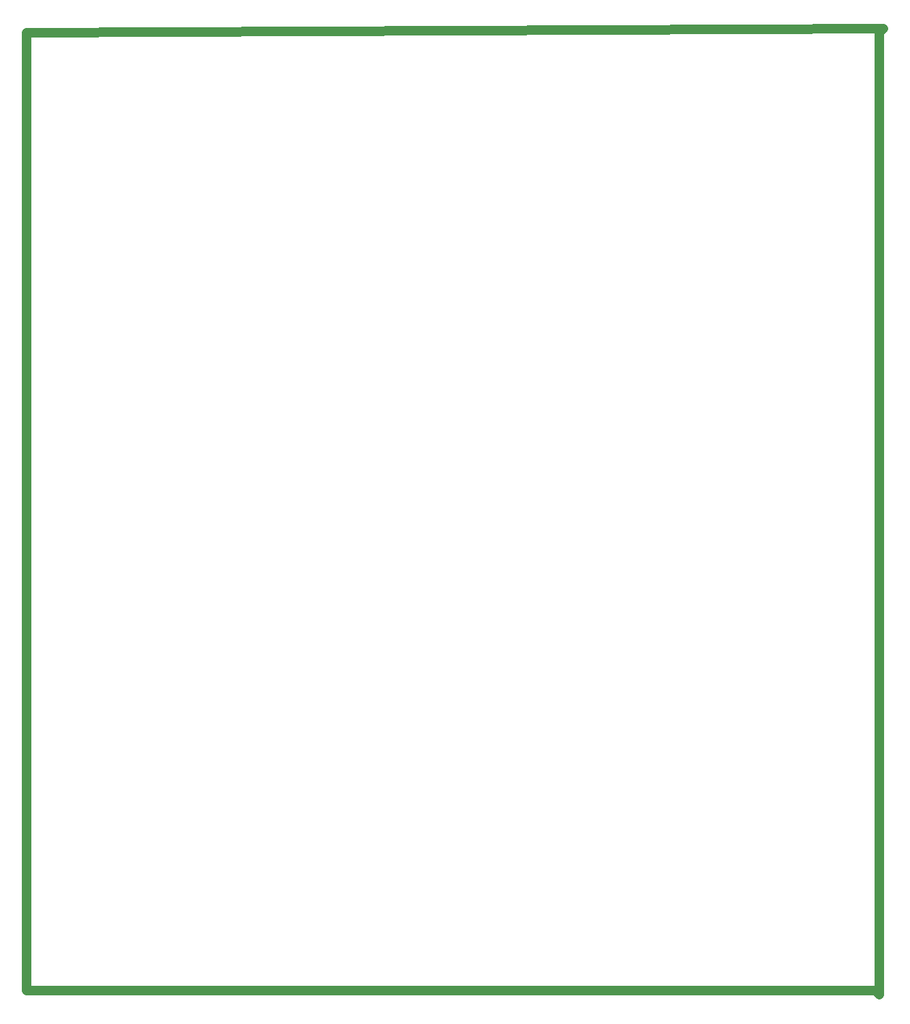
<source format=gbr>
%TF.GenerationSoftware,Altium Limited,Altium Designer,21.0.9 (235)*%
G04 Layer_Color=16711935*
%FSLAX45Y45*%
%MOMM*%
%TF.SameCoordinates,7439F6F4-1F3B-452B-9E17-3666E1BBDE98*%
%TF.FilePolarity,Positive*%
%TF.FileFunction,Other,Board*%
%TF.Part,Single*%
G01*
G75*
%TA.AperFunction,NonConductor*%
%ADD10C,1.20000*%
D10*
X0Y13055600D02*
X10642600Y13106400D01*
X10591800Y13055600D02*
X10642600Y13106400D01*
X10591800Y1117600D02*
Y13055600D01*
X10541000Y1168400D02*
X10591800Y1117600D01*
X0Y1168400D02*
X10541000D01*
X0D02*
Y13055600D01*
%TF.MD5,d52d84cf2f0d36507a07b6f3dbc2b75b*%
M02*

</source>
